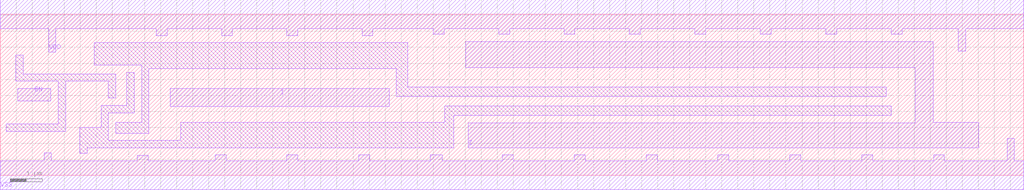
<source format=lef>
# Copyright 2022 GlobalFoundries PDK Authors
#
# Licensed under the Apache License, Version 2.0 (the "License");
# you may not use this file except in compliance with the License.
# You may obtain a copy of the License at
#
#      http://www.apache.org/licenses/LICENSE-2.0
#
# Unless required by applicable law or agreed to in writing, software
# distributed under the License is distributed on an "AS IS" BASIS,
# WITHOUT WARRANTIES OR CONDITIONS OF ANY KIND, either express or implied.
# See the License for the specific language governing permissions and
# limitations under the License.

MACRO gf180mcu_fd_sc_mcu9t5v0__bufz_16
  CLASS core ;
  FOREIGN gf180mcu_fd_sc_mcu9t5v0__bufz_16 0.0 0.0 ;
  ORIGIN 0 0 ;
  SYMMETRY X Y ;
  SITE GF018hv5v_green_sc9 ;
  SIZE 31.92 BY 5.04 ;
  PIN EN
    DIRECTION INPUT ;
    ANTENNAGATEAREA 3.384 ;
    PORT
      LAYER Metal1 ;
        POLYGON 0.545 2.33 1.575 2.33 1.575 2.71 0.545 2.71  ;
    END
  END EN
  PIN I
    DIRECTION INPUT ;
    ANTENNAGATEAREA 13.536 ;
    PORT
      LAYER Metal1 ;
        POLYGON 5.3 2.15 12.125 2.15 12.125 2.71 5.3 2.71  ;
    END
  END I
  PIN Z
    DIRECTION OUTPUT ;
    ANTENNADIFFAREA 12.9792 ;
    PORT
      LAYER Metal1 ;
        POLYGON 14.52 3.365 27.62 3.365 27.775 3.365 28.53 3.365 28.53 1.635 14.595 1.635 14.595 0.865 30.505 0.865 30.505 1.65 29.09 1.65 29.09 4.175 27.775 4.175 27.62 4.175 14.52 4.175  ;
    END
  END Z
  PIN VDD
    DIRECTION INOUT ;
    USE power ;
    SHAPE ABUTMENT ;
    PORT
      LAYER Metal1 ;
        POLYGON 0 4.59 1.505 4.59 1.505 3.845 1.735 3.845 1.735 4.59 4.86 4.59 4.86 4.37 5.2 4.37 5.2 4.59 6.9 4.59 6.9 4.37 7.24 4.37 7.24 4.59 8.94 4.59 8.94 4.37 9.28 4.37 9.28 4.59 11.28 4.59 11.28 4.37 11.62 4.37 11.62 4.59 13.5 4.59 13.5 4.405 13.84 4.405 13.84 4.59 15.54 4.59 15.54 4.405 15.88 4.405 15.88 4.59 17.58 4.59 17.58 4.405 17.92 4.405 17.92 4.59 19.62 4.59 19.62 4.405 19.96 4.405 19.96 4.59 21.66 4.59 21.66 4.405 22 4.405 22 4.59 23.7 4.59 23.7 4.405 24.04 4.405 24.04 4.59 25.74 4.59 25.74 4.405 26.08 4.405 26.08 4.59 27.62 4.59 27.775 4.59 27.78 4.59 27.78 4.405 28.12 4.405 28.12 4.59 29.875 4.59 29.875 3.88 30.105 3.88 30.105 4.59 31.92 4.59 31.92 5.49 27.775 5.49 27.62 5.49 0 5.49  ;
    END
  END VDD
  PIN VSS
    DIRECTION INOUT ;
    USE ground ;
    SHAPE ABUTMENT ;
    PORT
      LAYER Metal1 ;
        POLYGON 0 -0.45 31.92 -0.45 31.92 0.45 31.625 0.45 31.625 1.16 31.395 1.16 31.395 0.45 29.44 0.45 29.44 0.635 29.1 0.635 29.1 0.45 27.2 0.45 27.2 0.635 26.86 0.635 26.86 0.45 24.96 0.45 24.96 0.635 24.62 0.635 24.62 0.45 22.72 0.45 22.72 0.635 22.38 0.635 22.38 0.45 20.48 0.45 20.48 0.635 20.14 0.635 20.14 0.45 18.24 0.45 18.24 0.635 17.9 0.635 17.9 0.45 16 0.45 16 0.635 15.66 0.635 15.66 0.45 13.78 0.45 13.78 0.635 13.405 0.635 13.405 0.45 11.52 0.45 11.52 0.635 11.18 0.635 11.18 0.45 9.28 0.45 9.28 0.635 8.94 0.635 8.94 0.45 7.04 0.45 7.04 0.635 6.7 0.635 6.7 0.45 4.61 0.45 4.61 0.625 4.27 0.625 4.27 0.45 1.595 0.45 1.595 0.695 1.365 0.695 1.365 0.45 0 0.45  ;
    END
  END VSS
  OBS
      LAYER Metal1 ;
        POLYGON 0.485 2.94 1.805 2.94 1.805 1.6 0.19 1.6 0.19 1.37 2.035 1.37 2.035 2.94 3.365 2.94 3.365 2.415 3.595 2.415 3.595 3.17 0.715 3.17 0.715 3.75 0.485 3.75  ;
        POLYGON 2.925 3.445 4.405 3.445 4.405 1.655 3.605 1.655 3.605 1.315 4.635 1.315 4.635 3.33 12.355 3.33 12.355 2.47 27.62 2.47 27.62 2.755 12.7 2.755 12.7 4.14 2.925 4.14  ;
        POLYGON 2.485 0.68 2.715 0.68 2.715 0.855 5.865 0.855 5.865 0.865 14.145 0.865 14.145 1.865 27.775 1.865 27.775 2.16 13.855 2.16 13.855 1.65 5.635 1.65 5.635 1.085 3.375 1.085 3.375 1.955 4.175 1.955 4.175 3.215 3.945 3.215 3.945 2.185 3.145 2.185 3.145 1.49 2.485 1.49  ;
  END
END gf180mcu_fd_sc_mcu9t5v0__bufz_16

</source>
